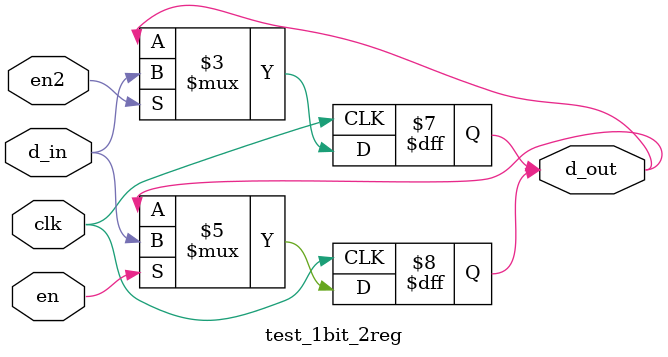
<source format=v>
`timescale 1ns / 1ps
module test_1bit_2reg(


input d_in, // Data input
input clk, // clock input
input en,
input en2,
output reg d_out // output Q


);

always @(posedge clk)
begin
if(en)
d_out<= d_in;

end

always@(posedge clk)
begin
if(en2)
d_out<= d_in;
end

endmodule


</source>
